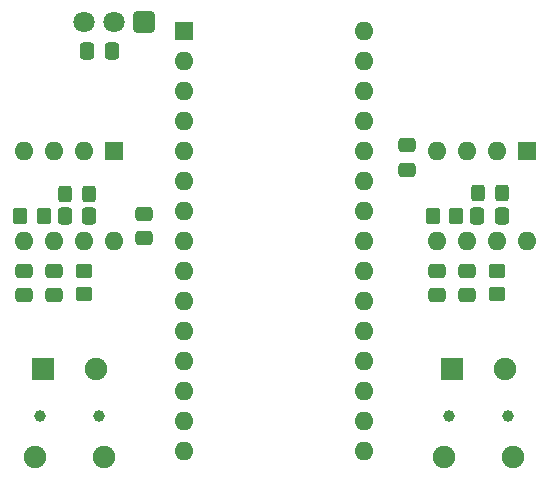
<source format=gbs>
%TF.GenerationSoftware,KiCad,Pcbnew,7.0.6*%
%TF.CreationDate,2024-01-21T00:28:06+01:00*%
%TF.ProjectId,ir_remote_control,69725f72-656d-46f7-9465-5f636f6e7472,rev?*%
%TF.SameCoordinates,PX3938700PY55d4a80*%
%TF.FileFunction,Soldermask,Bot*%
%TF.FilePolarity,Negative*%
%FSLAX46Y46*%
G04 Gerber Fmt 4.6, Leading zero omitted, Abs format (unit mm)*
G04 Created by KiCad (PCBNEW 7.0.6) date 2024-01-21 00:28:06*
%MOMM*%
%LPD*%
G01*
G04 APERTURE LIST*
G04 Aperture macros list*
%AMRoundRect*
0 Rectangle with rounded corners*
0 $1 Rounding radius*
0 $2 $3 $4 $5 $6 $7 $8 $9 X,Y pos of 4 corners*
0 Add a 4 corners polygon primitive as box body*
4,1,4,$2,$3,$4,$5,$6,$7,$8,$9,$2,$3,0*
0 Add four circle primitives for the rounded corners*
1,1,$1+$1,$2,$3*
1,1,$1+$1,$4,$5*
1,1,$1+$1,$6,$7*
1,1,$1+$1,$8,$9*
0 Add four rect primitives between the rounded corners*
20,1,$1+$1,$2,$3,$4,$5,0*
20,1,$1+$1,$4,$5,$6,$7,0*
20,1,$1+$1,$6,$7,$8,$9,0*
20,1,$1+$1,$8,$9,$2,$3,0*%
G04 Aperture macros list end*
%ADD10C,1.000000*%
%ADD11R,1.900000X1.900000*%
%ADD12C,1.900000*%
%ADD13R,1.600000X1.600000*%
%ADD14O,1.600000X1.600000*%
%ADD15RoundRect,0.248400X0.651600X0.651600X-0.651600X0.651600X-0.651600X-0.651600X0.651600X-0.651600X0*%
%ADD16C,1.800000*%
%ADD17RoundRect,0.250000X-0.337500X-0.475000X0.337500X-0.475000X0.337500X0.475000X-0.337500X0.475000X0*%
%ADD18RoundRect,0.250000X-0.475000X0.337500X-0.475000X-0.337500X0.475000X-0.337500X0.475000X0.337500X0*%
%ADD19RoundRect,0.250000X0.475000X-0.337500X0.475000X0.337500X-0.475000X0.337500X-0.475000X-0.337500X0*%
%ADD20RoundRect,0.250000X0.350000X0.450000X-0.350000X0.450000X-0.350000X-0.450000X0.350000X-0.450000X0*%
%ADD21RoundRect,0.250000X0.450000X-0.350000X0.450000X0.350000X-0.450000X0.350000X-0.450000X-0.350000X0*%
%ADD22RoundRect,0.250000X0.325000X0.450000X-0.325000X0.450000X-0.325000X-0.450000X0.325000X-0.450000X0*%
G04 APERTURE END LIST*
D10*
%TO.C,J1*%
X38200000Y7410000D03*
X43200000Y7410000D03*
D11*
X38450000Y11410000D03*
D12*
X42950000Y11410000D03*
X37800000Y3910000D03*
X43600000Y3910000D03*
%TD*%
D13*
%TO.C,A1*%
X15770000Y40017500D03*
D14*
X15770000Y37477500D03*
X15770000Y34937500D03*
X15770000Y32397500D03*
X15770000Y29857500D03*
X15770000Y27317500D03*
X15770000Y24777500D03*
X15770000Y22237500D03*
X15770000Y19697500D03*
X15770000Y17157500D03*
X15770000Y14617500D03*
X15770000Y12077500D03*
X15770000Y9537500D03*
X15770000Y6997500D03*
X15770000Y4457500D03*
X31010000Y4457500D03*
X31010000Y6997500D03*
X31010000Y9537500D03*
X31010000Y12077500D03*
X31010000Y14617500D03*
X31010000Y17157500D03*
X31010000Y19697500D03*
X31010000Y22237500D03*
X31010000Y24777500D03*
X31010000Y27317500D03*
X31010000Y29857500D03*
X31010000Y32397500D03*
X31010000Y34937500D03*
X31010000Y37477500D03*
X31010000Y40017500D03*
%TD*%
D10*
%TO.C,J2*%
X3540000Y7410000D03*
X8540000Y7410000D03*
D11*
X3790000Y11410000D03*
D12*
X8290000Y11410000D03*
X3140000Y3910000D03*
X8940000Y3910000D03*
%TD*%
D13*
%TO.C,U1*%
X9850000Y29847500D03*
D14*
X7310000Y29847500D03*
X4770000Y29847500D03*
X2230000Y29847500D03*
X2230000Y22227500D03*
X4770000Y22227500D03*
X7310000Y22227500D03*
X9850000Y22227500D03*
%TD*%
D13*
%TO.C,U2*%
X44785000Y29857500D03*
D14*
X42245000Y29857500D03*
X39705000Y29857500D03*
X37165000Y29857500D03*
X37165000Y22237500D03*
X39705000Y22237500D03*
X42245000Y22237500D03*
X44785000Y22237500D03*
%TD*%
D15*
%TO.C,U3*%
X12390000Y40767000D03*
D16*
X9850000Y40767000D03*
X7310000Y40767000D03*
%TD*%
D17*
%TO.C,C8*%
X5647500Y24341000D03*
X7722500Y24341000D03*
%TD*%
D18*
%TO.C,C4*%
X39715000Y19707500D03*
X39715000Y17632500D03*
%TD*%
D19*
%TO.C,C7*%
X34635000Y28256500D03*
X34635000Y30331500D03*
%TD*%
D20*
%TO.C,R3*%
X38810000Y24384000D03*
X36810000Y24384000D03*
%TD*%
D17*
%TO.C,C5*%
X7542500Y38298500D03*
X9617500Y38298500D03*
%TD*%
D19*
%TO.C,C6*%
X12400000Y22470000D03*
X12400000Y24545000D03*
%TD*%
D21*
%TO.C,R4*%
X42255000Y17707500D03*
X42255000Y19707500D03*
%TD*%
D22*
%TO.C,L2*%
X42645000Y26289000D03*
X40595000Y26289000D03*
%TD*%
%TO.C,L1*%
X7710000Y26246000D03*
X5660000Y26246000D03*
%TD*%
D20*
%TO.C,R1*%
X3875000Y24341000D03*
X1875000Y24341000D03*
%TD*%
D19*
%TO.C,C1*%
X2240000Y17622500D03*
X2240000Y19697500D03*
%TD*%
D17*
%TO.C,C9*%
X40582500Y24384000D03*
X42657500Y24384000D03*
%TD*%
D21*
%TO.C,R2*%
X7320000Y17697500D03*
X7320000Y19697500D03*
%TD*%
D18*
%TO.C,C3*%
X4780000Y17622500D03*
X4780000Y19697500D03*
%TD*%
D19*
%TO.C,C2*%
X37175000Y17632500D03*
X37175000Y19707500D03*
%TD*%
M02*

</source>
